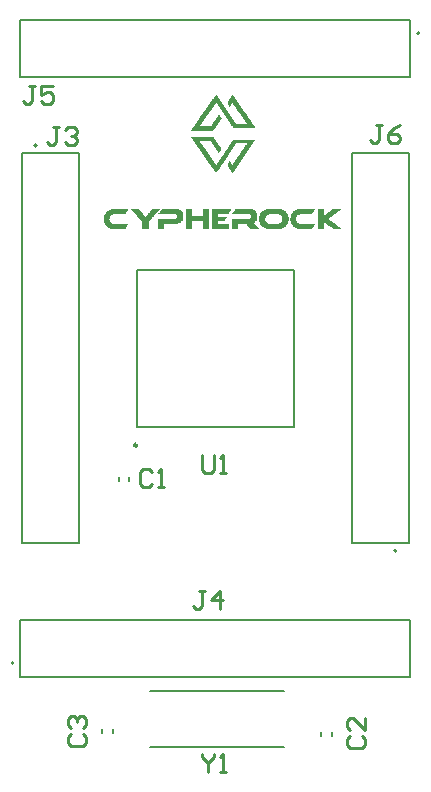
<source format=gbr>
%TF.GenerationSoftware,Altium Limited,Altium Designer,23.4.1 (23)*%
G04 Layer_Color=65535*
%FSLAX45Y45*%
%MOMM*%
%TF.SameCoordinates,7ABC1050-9991-4EB7-8225-191FA7049C92*%
%TF.FilePolarity,Positive*%
%TF.FileFunction,Legend,Top*%
%TF.Part,Single*%
G01*
G75*
%TA.AperFunction,NonConductor*%
%ADD23C,0.20000*%
%ADD24C,0.25000*%
%ADD25C,0.12700*%
%ADD26C,0.25400*%
G36*
X1800459Y6643211D02*
X1803823D01*
Y6639847D01*
Y6636482D01*
X1807187D01*
Y6633118D01*
Y6629754D01*
X1810552D01*
Y6626389D01*
X1813916D01*
Y6623025D01*
X1817280D01*
Y6619660D01*
Y6616296D01*
X1820645D01*
Y6612932D01*
X1824009D01*
Y6609567D01*
Y6606203D01*
X1827374D01*
Y6602839D01*
X1830738D01*
Y6599474D01*
Y6596110D01*
X1834102D01*
Y6592746D01*
Y6589381D01*
X1837466D01*
Y6586017D01*
X1840831D01*
Y6582652D01*
X1844195D01*
Y6579288D01*
Y6575924D01*
X1847560D01*
Y6572559D01*
X1850924D01*
Y6569195D01*
Y6565831D01*
X1854288D01*
Y6562466D01*
X1857653D01*
Y6559102D01*
Y6555737D01*
X1861017D01*
Y6552373D01*
X1864382D01*
Y6549009D01*
X1867746D01*
Y6545644D01*
Y6542280D01*
X1871110D01*
Y6538916D01*
Y6535551D01*
X1874475D01*
Y6532187D01*
X1877839D01*
Y6528823D01*
Y6525458D01*
X1881203D01*
Y6522094D01*
X1884568D01*
Y6518729D01*
Y6515365D01*
X1887932D01*
Y6512001D01*
X1891296D01*
Y6508636D01*
Y6505272D01*
X1894661D01*
Y6501908D01*
X1898025D01*
Y6498543D01*
Y6495179D01*
X1901390D01*
Y6491815D01*
X1904754D01*
Y6488450D01*
X1908118D01*
Y6485086D01*
Y6481721D01*
X1911483D01*
Y6478357D01*
X1914847D01*
Y6474993D01*
Y6471628D01*
X1918211D01*
Y6468264D01*
X1921576D01*
Y6464900D01*
Y6461535D01*
X1924940D01*
Y6458171D01*
X1928304D01*
Y6454806D01*
Y6451442D01*
X1931669D01*
Y6448078D01*
X1935033D01*
Y6444713D01*
Y6441349D01*
X1938397D01*
Y6437985D01*
X1941762D01*
Y6434620D01*
Y6431256D01*
X1945126D01*
Y6427892D01*
X1948491D01*
Y6424527D01*
Y6421163D01*
X1951855D01*
Y6417798D01*
X1955219D01*
Y6414434D01*
Y6411070D01*
X1958584D01*
Y6407705D01*
X1961948D01*
Y6404341D01*
Y6400977D01*
X1965313D01*
Y6397612D01*
X1968677D01*
Y6394248D01*
Y6390884D01*
X1972041D01*
Y6387519D01*
X1975405D01*
Y6384155D01*
X1978770D01*
Y6380790D01*
Y6377426D01*
X1982134D01*
Y6374062D01*
X1985499D01*
Y6370697D01*
Y6367333D01*
X1988863D01*
Y6363969D01*
X1803823D01*
Y6367333D01*
X1800459D01*
Y6370697D01*
X1797094D01*
Y6374062D01*
Y6377426D01*
X1793730D01*
Y6380790D01*
X1790365D01*
Y6384155D01*
X1787001D01*
Y6387519D01*
Y6390884D01*
X1783637D01*
Y6394248D01*
X1780272D01*
Y6397612D01*
Y6400977D01*
X1776908D01*
Y6404341D01*
X1773544D01*
Y6407705D01*
Y6411070D01*
X1770179D01*
Y6414434D01*
X1766815D01*
Y6417798D01*
Y6421163D01*
X1763451D01*
Y6424527D01*
X1760086D01*
Y6427892D01*
Y6431256D01*
X1756722D01*
Y6434620D01*
X1753357D01*
Y6437985D01*
Y6441349D01*
X1749993D01*
Y6444713D01*
X1746629D01*
Y6448078D01*
Y6451442D01*
X1743264D01*
Y6454806D01*
X1739900D01*
Y6458171D01*
Y6461535D01*
X1736536D01*
Y6464900D01*
X1733171D01*
Y6468264D01*
X1729807D01*
Y6471628D01*
Y6474993D01*
X1726443D01*
Y6478357D01*
X1723078D01*
Y6481721D01*
Y6485086D01*
X1719714D01*
Y6488450D01*
X1716349D01*
Y6491815D01*
Y6495179D01*
X1712985D01*
Y6498543D01*
X1709621D01*
Y6501908D01*
Y6505272D01*
X1706256D01*
Y6508636D01*
X1702892D01*
Y6512001D01*
Y6515365D01*
X1699528D01*
Y6518729D01*
X1696163D01*
Y6522094D01*
Y6525458D01*
X1692799D01*
Y6528823D01*
X1689435D01*
Y6532187D01*
Y6535551D01*
X1686070D01*
Y6538916D01*
X1682706D01*
Y6542280D01*
Y6545644D01*
X1679341D01*
Y6549009D01*
X1675977D01*
Y6552373D01*
Y6555737D01*
X1672613D01*
Y6559102D01*
X1669248D01*
Y6562466D01*
Y6565831D01*
X1665884D01*
Y6569195D01*
X1662520D01*
Y6572559D01*
Y6575924D01*
X1655791D01*
Y6572559D01*
X1652426D01*
Y6569195D01*
Y6565831D01*
X1649062D01*
Y6562466D01*
X1645698D01*
Y6559102D01*
Y6555737D01*
X1642333D01*
Y6552373D01*
X1638969D01*
Y6549009D01*
X1635605D01*
Y6545644D01*
Y6542280D01*
X1632240D01*
Y6538916D01*
X1628876D01*
Y6535551D01*
Y6532187D01*
X1625512D01*
Y6528823D01*
X1622147D01*
Y6525458D01*
X1618783D01*
Y6522094D01*
Y6518729D01*
X1615418D01*
Y6515365D01*
X1612054D01*
Y6512001D01*
Y6508636D01*
X1608690D01*
Y6505272D01*
X1605325D01*
Y6501908D01*
Y6498543D01*
X1601961D01*
Y6495179D01*
X1598597D01*
Y6491815D01*
X1595232D01*
Y6488450D01*
Y6485086D01*
X1591868D01*
Y6481721D01*
Y6478357D01*
X1588504D01*
Y6474993D01*
X1585139D01*
Y6471628D01*
X1581775D01*
Y6468264D01*
Y6464900D01*
X1578410D01*
Y6461535D01*
X1575046D01*
Y6458171D01*
Y6454806D01*
X1571682D01*
Y6451442D01*
X1568317D01*
Y6448078D01*
X1564953D01*
Y6444713D01*
Y6441349D01*
X1561589D01*
Y6437985D01*
X1558224D01*
Y6434620D01*
Y6431256D01*
X1554860D01*
Y6427892D01*
X1551495D01*
Y6424527D01*
Y6421163D01*
X1548131D01*
Y6417798D01*
X1544767D01*
Y6414434D01*
X1541402D01*
Y6411070D01*
Y6407705D01*
X1538038D01*
Y6404341D01*
X1534674D01*
Y6400977D01*
Y6397612D01*
X1531309D01*
Y6394248D01*
X1527945D01*
Y6390884D01*
X1524581D01*
Y6387519D01*
Y6384155D01*
X1521216D01*
Y6380790D01*
Y6377426D01*
X1601961D01*
Y6374062D01*
X1608690D01*
Y6377426D01*
X1612054D01*
Y6380790D01*
X1615418D01*
Y6384155D01*
X1618783D01*
Y6387519D01*
Y6390884D01*
X1622147D01*
Y6394248D01*
Y6397612D01*
X1625512D01*
Y6400977D01*
X1628876D01*
Y6404341D01*
X1632240D01*
Y6407705D01*
Y6411070D01*
X1635605D01*
Y6414434D01*
X1638969D01*
Y6417798D01*
Y6421163D01*
X1642333D01*
Y6424527D01*
X1645698D01*
Y6427892D01*
Y6431256D01*
X1649062D01*
Y6434620D01*
X1652426D01*
Y6437985D01*
X1655791D01*
Y6441349D01*
Y6444713D01*
X1659155D01*
Y6448078D01*
X1662520D01*
Y6451442D01*
Y6454806D01*
X1665884D01*
Y6458171D01*
X1669248D01*
Y6461535D01*
X1672613D01*
Y6464900D01*
Y6468264D01*
X1675977D01*
Y6471628D01*
X1679341D01*
Y6474993D01*
Y6478357D01*
X1682706D01*
Y6474993D01*
Y6471628D01*
X1686070D01*
Y6468264D01*
Y6464900D01*
X1689435D01*
Y6461535D01*
X1692799D01*
Y6458171D01*
X1696163D01*
Y6454806D01*
Y6451442D01*
X1699528D01*
Y6448078D01*
X1702892D01*
Y6444713D01*
Y6441349D01*
Y6437985D01*
X1699528D01*
Y6434620D01*
X1696163D01*
Y6431256D01*
X1692799D01*
Y6427892D01*
Y6424527D01*
X1689435D01*
Y6421163D01*
X1686070D01*
Y6417798D01*
Y6414434D01*
X1682706D01*
Y6411070D01*
X1679341D01*
Y6407705D01*
X1675977D01*
Y6404341D01*
Y6400977D01*
X1672613D01*
Y6397612D01*
X1669248D01*
Y6394248D01*
Y6390884D01*
X1665884D01*
Y6387519D01*
X1662520D01*
Y6384155D01*
Y6380790D01*
X1659155D01*
Y6377426D01*
X1655791D01*
Y6374062D01*
X1652426D01*
Y6370697D01*
Y6367333D01*
X1649062D01*
Y6363969D01*
X1645698D01*
Y6360604D01*
Y6357240D01*
X1642333D01*
Y6353876D01*
X1638969D01*
Y6350511D01*
X1635605D01*
Y6347147D01*
Y6343782D01*
X1632240D01*
Y6340418D01*
X1440471D01*
Y6343782D01*
X1443836D01*
Y6347147D01*
X1447200D01*
Y6350511D01*
X1450565D01*
Y6353876D01*
X1453929D01*
Y6357240D01*
Y6360604D01*
X1457293D01*
Y6363969D01*
X1460658D01*
Y6367333D01*
Y6370697D01*
X1464022D01*
Y6374062D01*
X1467386D01*
Y6377426D01*
Y6380790D01*
X1470751D01*
Y6384155D01*
X1474115D01*
Y6387519D01*
Y6390884D01*
X1477479D01*
Y6394248D01*
X1480844D01*
Y6397612D01*
X1484208D01*
Y6400977D01*
Y6404341D01*
X1487573D01*
Y6407705D01*
X1490937D01*
Y6411070D01*
Y6414434D01*
X1494301D01*
Y6417798D01*
X1497666D01*
Y6421163D01*
X1501030D01*
Y6424527D01*
Y6427892D01*
X1504395D01*
Y6431256D01*
X1507759D01*
Y6434620D01*
Y6437985D01*
X1511123D01*
Y6441349D01*
X1514487D01*
Y6444713D01*
Y6448078D01*
X1517852D01*
Y6451442D01*
X1521216D01*
Y6454806D01*
X1524581D01*
Y6458171D01*
Y6461535D01*
X1527945D01*
Y6464900D01*
X1531309D01*
Y6468264D01*
Y6471628D01*
X1534674D01*
Y6474993D01*
X1538038D01*
Y6478357D01*
X1541402D01*
Y6481721D01*
Y6485086D01*
X1544767D01*
Y6488450D01*
X1548131D01*
Y6491815D01*
Y6495179D01*
X1551495D01*
Y6498543D01*
X1554860D01*
Y6501908D01*
X1558224D01*
Y6505272D01*
Y6508636D01*
X1561589D01*
Y6512001D01*
X1564953D01*
Y6515365D01*
Y6518729D01*
X1568317D01*
Y6522094D01*
X1571682D01*
Y6525458D01*
Y6528823D01*
X1575046D01*
Y6532187D01*
X1578410D01*
Y6535551D01*
Y6538916D01*
X1581775D01*
Y6542280D01*
X1585139D01*
Y6545644D01*
Y6549009D01*
X1588504D01*
Y6552373D01*
X1591868D01*
Y6555737D01*
X1595232D01*
Y6559102D01*
Y6562466D01*
X1598597D01*
Y6565831D01*
X1601961D01*
Y6569195D01*
Y6572559D01*
X1605325D01*
Y6575924D01*
X1608690D01*
Y6579288D01*
Y6582652D01*
X1612054D01*
Y6586017D01*
X1615418D01*
Y6589381D01*
X1618783D01*
Y6592746D01*
Y6596110D01*
X1622147D01*
Y6599474D01*
X1625512D01*
Y6602839D01*
Y6606203D01*
X1628876D01*
Y6609567D01*
X1632240D01*
Y6612932D01*
X1635605D01*
Y6616296D01*
Y6619660D01*
X1638969D01*
Y6623025D01*
X1642333D01*
Y6626389D01*
Y6629754D01*
X1645698D01*
Y6633118D01*
X1649062D01*
Y6636482D01*
X1652426D01*
Y6639847D01*
Y6643211D01*
X1655791D01*
Y6646575D01*
X1659155D01*
Y6643211D01*
X1662520D01*
Y6639847D01*
Y6636482D01*
X1665884D01*
Y6633118D01*
X1669248D01*
Y6629754D01*
Y6626389D01*
X1672613D01*
Y6623025D01*
X1675977D01*
Y6619660D01*
Y6616296D01*
X1679341D01*
Y6612932D01*
X1682706D01*
Y6609567D01*
Y6606203D01*
X1686070D01*
Y6602839D01*
X1689435D01*
Y6599474D01*
X1692799D01*
Y6596110D01*
Y6592746D01*
X1696163D01*
Y6589381D01*
X1699528D01*
Y6586017D01*
Y6582652D01*
X1702892D01*
Y6579288D01*
X1706256D01*
Y6575924D01*
Y6572559D01*
X1709621D01*
Y6569195D01*
X1712985D01*
Y6565831D01*
Y6562466D01*
X1716349D01*
Y6559102D01*
Y6555737D01*
X1719714D01*
Y6552373D01*
X1723078D01*
Y6549009D01*
X1726443D01*
Y6545644D01*
Y6542280D01*
X1729807D01*
Y6538916D01*
X1733171D01*
Y6535551D01*
Y6532187D01*
X1736536D01*
Y6528823D01*
X1739900D01*
Y6525458D01*
Y6522094D01*
X1743264D01*
Y6518729D01*
X1746629D01*
Y6515365D01*
Y6512001D01*
X1749993D01*
Y6508636D01*
X1753357D01*
Y6505272D01*
Y6501908D01*
X1756722D01*
Y6498543D01*
X1760086D01*
Y6495179D01*
Y6491815D01*
X1763451D01*
Y6488450D01*
X1766815D01*
Y6485086D01*
X1770179D01*
Y6481721D01*
Y6478357D01*
X1773544D01*
Y6474993D01*
X1776908D01*
Y6471628D01*
Y6468264D01*
X1780272D01*
Y6464900D01*
Y6461535D01*
X1783637D01*
Y6458171D01*
X1787001D01*
Y6454806D01*
X1790365D01*
Y6451442D01*
Y6448078D01*
X1793730D01*
Y6444713D01*
Y6441349D01*
X1797094D01*
Y6437985D01*
X1800459D01*
Y6434620D01*
X1803823D01*
Y6431256D01*
Y6427892D01*
X1807187D01*
Y6424527D01*
X1810552D01*
Y6421163D01*
Y6417798D01*
X1813916D01*
Y6414434D01*
X1817280D01*
Y6411070D01*
Y6407705D01*
X1820645D01*
Y6404341D01*
X1824009D01*
Y6400977D01*
Y6397612D01*
X1914847D01*
Y6400977D01*
Y6404341D01*
X1911483D01*
Y6407705D01*
Y6411070D01*
X1908118D01*
Y6414434D01*
X1904754D01*
Y6417798D01*
Y6421163D01*
X1901390D01*
Y6424527D01*
X1898025D01*
Y6427892D01*
X1894661D01*
Y6431256D01*
Y6434620D01*
X1891296D01*
Y6437985D01*
Y6441349D01*
X1887932D01*
Y6444713D01*
X1884568D01*
Y6448078D01*
X1881203D01*
Y6451442D01*
Y6454806D01*
X1877839D01*
Y6458171D01*
X1874475D01*
Y6461535D01*
Y6464900D01*
X1871110D01*
Y6468264D01*
X1867746D01*
Y6471628D01*
Y6474993D01*
X1864382D01*
Y6478357D01*
X1861017D01*
Y6481721D01*
Y6485086D01*
X1857653D01*
Y6488450D01*
X1854288D01*
Y6491815D01*
X1850924D01*
Y6495179D01*
Y6498543D01*
X1847560D01*
Y6501908D01*
X1844195D01*
Y6505272D01*
Y6508636D01*
X1840831D01*
Y6512001D01*
X1837466D01*
Y6515365D01*
Y6518729D01*
X1834102D01*
Y6522094D01*
X1830738D01*
Y6525458D01*
Y6528823D01*
X1827374D01*
Y6532187D01*
X1824009D01*
Y6535551D01*
Y6538916D01*
X1820645D01*
Y6542280D01*
X1817280D01*
Y6545644D01*
Y6549009D01*
X1813916D01*
Y6552373D01*
X1810552D01*
Y6555737D01*
Y6559102D01*
X1807187D01*
Y6562466D01*
X1803823D01*
Y6565831D01*
X1800459D01*
Y6569195D01*
Y6572559D01*
X1790365D01*
Y6569195D01*
Y6565831D01*
X1787001D01*
Y6562466D01*
X1783637D01*
Y6559102D01*
Y6555737D01*
X1780272D01*
Y6552373D01*
X1776908D01*
Y6549009D01*
Y6545644D01*
X1773544D01*
Y6542280D01*
X1770179D01*
Y6545644D01*
Y6549009D01*
X1766815D01*
Y6552373D01*
Y6555737D01*
X1763451D01*
Y6559102D01*
X1760086D01*
Y6562466D01*
X1756722D01*
Y6565831D01*
Y6569195D01*
X1753357D01*
Y6572559D01*
X1749993D01*
Y6575924D01*
Y6579288D01*
X1753357D01*
Y6582652D01*
X1756722D01*
Y6586017D01*
Y6589381D01*
X1760086D01*
Y6592746D01*
X1763451D01*
Y6596110D01*
Y6599474D01*
X1766815D01*
Y6602839D01*
X1770179D01*
Y6606203D01*
Y6609567D01*
X1773544D01*
Y6612932D01*
X1776908D01*
Y6616296D01*
Y6619660D01*
X1780272D01*
Y6623025D01*
Y6626389D01*
X1783637D01*
Y6629754D01*
X1787001D01*
Y6633118D01*
Y6636482D01*
X1790365D01*
Y6639847D01*
X1793730D01*
Y6643211D01*
Y6646575D01*
X1800459D01*
Y6643211D01*
D02*
G37*
G36*
X1635605Y6283224D02*
Y6279859D01*
X1638969D01*
Y6276495D01*
Y6273131D01*
X1642333D01*
Y6269766D01*
X1645698D01*
Y6266402D01*
X1649062D01*
Y6263038D01*
X1652426D01*
Y6259673D01*
Y6256309D01*
X1655791D01*
Y6252945D01*
Y6249580D01*
X1659155D01*
Y6246216D01*
X1662520D01*
Y6242851D01*
X1665884D01*
Y6239487D01*
Y6236123D01*
X1669248D01*
Y6232758D01*
X1672613D01*
Y6229394D01*
Y6226030D01*
X1675977D01*
Y6222665D01*
X1679341D01*
Y6219301D01*
X1682706D01*
Y6215937D01*
Y6212572D01*
X1686070D01*
Y6209208D01*
X1689435D01*
Y6205844D01*
Y6202479D01*
X1692799D01*
Y6199115D01*
X1696163D01*
Y6195750D01*
Y6192386D01*
X1699528D01*
Y6189022D01*
X1702892D01*
Y6185657D01*
Y6182293D01*
X1699528D01*
Y6178928D01*
Y6175564D01*
X1696163D01*
Y6172200D01*
X1692799D01*
Y6168836D01*
X1689435D01*
Y6165471D01*
Y6162107D01*
X1686070D01*
Y6158743D01*
X1682706D01*
Y6155378D01*
Y6152014D01*
X1679341D01*
Y6155378D01*
X1675977D01*
Y6158743D01*
Y6162107D01*
X1672613D01*
Y6165471D01*
X1669248D01*
Y6168836D01*
Y6172200D01*
X1665884D01*
Y6175564D01*
X1662520D01*
Y6178928D01*
X1659155D01*
Y6182293D01*
Y6185657D01*
X1655791D01*
Y6189022D01*
X1652426D01*
Y6192386D01*
Y6195750D01*
X1649062D01*
Y6199115D01*
X1645698D01*
Y6202479D01*
Y6205844D01*
X1642333D01*
Y6209208D01*
X1638969D01*
Y6212572D01*
X1635605D01*
Y6215937D01*
Y6219301D01*
X1632240D01*
Y6222665D01*
X1628876D01*
Y6226030D01*
Y6229394D01*
X1625512D01*
Y6232758D01*
X1622147D01*
Y6236123D01*
Y6239487D01*
X1618783D01*
Y6242851D01*
X1615418D01*
Y6246216D01*
X1612054D01*
Y6249580D01*
Y6252945D01*
X1521216D01*
Y6249580D01*
Y6246216D01*
Y6242851D01*
X1524581D01*
Y6239487D01*
X1527945D01*
Y6236123D01*
X1531309D01*
Y6232758D01*
Y6229394D01*
X1534674D01*
Y6226030D01*
X1538038D01*
Y6222665D01*
Y6219301D01*
X1541402D01*
Y6215937D01*
X1544767D01*
Y6212572D01*
X1548131D01*
Y6209208D01*
Y6205844D01*
X1551495D01*
Y6202479D01*
X1554860D01*
Y6199115D01*
Y6195750D01*
X1558224D01*
Y6192386D01*
X1561589D01*
Y6189022D01*
Y6185657D01*
X1564953D01*
Y6182293D01*
X1568317D01*
Y6178928D01*
X1571682D01*
Y6175564D01*
Y6172200D01*
X1575046D01*
Y6168836D01*
X1578410D01*
Y6165471D01*
Y6162107D01*
X1581775D01*
Y6158743D01*
X1585139D01*
Y6155378D01*
Y6152014D01*
X1588504D01*
Y6148649D01*
X1591868D01*
Y6145285D01*
X1595232D01*
Y6141921D01*
Y6138556D01*
X1598597D01*
Y6135192D01*
X1601961D01*
Y6131827D01*
Y6128463D01*
X1605325D01*
Y6125099D01*
X1608690D01*
Y6121735D01*
Y6118370D01*
X1612054D01*
Y6115006D01*
X1615418D01*
Y6111641D01*
X1618783D01*
Y6108277D01*
Y6104913D01*
X1622147D01*
Y6101548D01*
X1625512D01*
Y6098184D01*
Y6094819D01*
X1628876D01*
Y6091455D01*
X1632240D01*
Y6088091D01*
X1635605D01*
Y6084726D01*
Y6081362D01*
X1638969D01*
Y6077997D01*
Y6074633D01*
X1642333D01*
Y6071269D01*
X1645698D01*
Y6067905D01*
X1649062D01*
Y6064540D01*
Y6061176D01*
X1652426D01*
Y6057811D01*
X1655791D01*
Y6054447D01*
X1662520D01*
Y6057811D01*
X1665884D01*
Y6061176D01*
Y6064540D01*
X1669248D01*
Y6067905D01*
Y6071269D01*
X1672613D01*
Y6074633D01*
X1675977D01*
Y6077997D01*
X1679341D01*
Y6081362D01*
Y6084726D01*
X1682706D01*
Y6088091D01*
Y6091455D01*
X1686070D01*
Y6094819D01*
X1689435D01*
Y6098184D01*
X1692799D01*
Y6101548D01*
Y6104913D01*
X1696163D01*
Y6108277D01*
X1699528D01*
Y6111641D01*
Y6115006D01*
X1702892D01*
Y6118370D01*
X1706256D01*
Y6121735D01*
Y6125099D01*
X1709621D01*
Y6128463D01*
X1712985D01*
Y6131827D01*
Y6135192D01*
X1716349D01*
Y6138556D01*
X1719714D01*
Y6141921D01*
Y6145285D01*
X1723078D01*
Y6148649D01*
X1726443D01*
Y6152014D01*
Y6155378D01*
X1729807D01*
Y6158743D01*
X1733171D01*
Y6162107D01*
Y6165471D01*
X1736536D01*
Y6168836D01*
X1739900D01*
Y6172200D01*
X1743264D01*
Y6175564D01*
Y6178928D01*
X1746629D01*
Y6182293D01*
Y6185657D01*
X1749993D01*
Y6189022D01*
X1753357D01*
Y6192386D01*
X1756722D01*
Y6195750D01*
Y6199115D01*
X1760086D01*
Y6202479D01*
X1763451D01*
Y6205844D01*
Y6209208D01*
X1766815D01*
Y6212572D01*
X1770179D01*
Y6215937D01*
Y6219301D01*
X1773544D01*
Y6222665D01*
Y6226030D01*
X1776908D01*
Y6229394D01*
X1780272D01*
Y6232758D01*
X1783637D01*
Y6236123D01*
Y6239487D01*
X1787001D01*
Y6242851D01*
X1790365D01*
Y6246216D01*
Y6249580D01*
X1793730D01*
Y6252945D01*
X1797094D01*
Y6256309D01*
Y6259673D01*
X1800459D01*
Y6263038D01*
X1803823D01*
Y6266402D01*
X1988863D01*
Y6263038D01*
X1985499D01*
Y6259673D01*
Y6256309D01*
X1982134D01*
Y6252945D01*
X1978770D01*
Y6249580D01*
Y6246216D01*
X1975405D01*
Y6242851D01*
X1972041D01*
Y6239487D01*
Y6236123D01*
X1968677D01*
Y6232758D01*
X1965313D01*
Y6229394D01*
Y6226030D01*
X1961948D01*
Y6222665D01*
X1958584D01*
Y6219301D01*
X1955219D01*
Y6215937D01*
Y6212572D01*
X1951855D01*
Y6209208D01*
Y6205844D01*
X1948491D01*
Y6202479D01*
X1945126D01*
Y6199115D01*
Y6195750D01*
X1941762D01*
Y6192386D01*
X1938397D01*
Y6189022D01*
Y6185657D01*
X1935033D01*
Y6182293D01*
X1931669D01*
Y6178928D01*
X1928304D01*
Y6175564D01*
Y6172200D01*
X1924940D01*
Y6168836D01*
Y6165471D01*
X1921576D01*
Y6162107D01*
X1918211D01*
Y6158743D01*
X1914847D01*
Y6155378D01*
Y6152014D01*
X1911483D01*
Y6148649D01*
Y6145285D01*
X1908118D01*
Y6141921D01*
X1904754D01*
Y6138556D01*
X1901390D01*
Y6135192D01*
Y6131827D01*
X1898025D01*
Y6128463D01*
X1894661D01*
Y6125099D01*
Y6121735D01*
X1891296D01*
Y6118370D01*
X1887932D01*
Y6115006D01*
Y6111641D01*
X1884568D01*
Y6108277D01*
X1881203D01*
Y6104913D01*
Y6101548D01*
X1877839D01*
Y6098184D01*
X1874475D01*
Y6094819D01*
Y6091455D01*
X1871110D01*
Y6088091D01*
X1867746D01*
Y6084726D01*
Y6081362D01*
X1864382D01*
Y6077997D01*
X1861017D01*
Y6074633D01*
Y6071269D01*
X1857653D01*
Y6067905D01*
X1854288D01*
Y6064540D01*
X1850924D01*
Y6061176D01*
Y6057811D01*
X1847560D01*
Y6054447D01*
Y6051083D01*
X1844195D01*
Y6047718D01*
X1840831D01*
Y6044354D01*
X1837466D01*
Y6040990D01*
Y6037625D01*
X1834102D01*
Y6034261D01*
Y6030896D01*
X1830738D01*
Y6027532D01*
X1827374D01*
Y6024168D01*
Y6020804D01*
X1824009D01*
Y6017439D01*
X1820645D01*
Y6014075D01*
Y6010710D01*
X1817280D01*
Y6007346D01*
X1813916D01*
Y6003982D01*
X1810552D01*
Y6000617D01*
Y5997253D01*
X1807187D01*
Y5993888D01*
X1803823D01*
Y5990524D01*
Y5987160D01*
X1800459D01*
Y5983795D01*
Y5980431D01*
X1797094D01*
Y5983795D01*
X1793730D01*
Y5987160D01*
Y5990524D01*
X1790365D01*
Y5993888D01*
X1787001D01*
Y5997253D01*
X1783637D01*
Y6000617D01*
Y6003982D01*
X1780272D01*
Y6007346D01*
Y6010710D01*
X1776908D01*
Y6014075D01*
X1773544D01*
Y6017439D01*
Y6020804D01*
X1770179D01*
Y6024168D01*
X1766815D01*
Y6027532D01*
Y6030896D01*
X1763451D01*
Y6034261D01*
X1760086D01*
Y6037625D01*
Y6040990D01*
X1756722D01*
Y6044354D01*
X1753357D01*
Y6047718D01*
Y6051083D01*
X1749993D01*
Y6054447D01*
X1753357D01*
Y6057811D01*
Y6061176D01*
X1756722D01*
Y6064540D01*
X1760086D01*
Y6067905D01*
X1763451D01*
Y6071269D01*
Y6074633D01*
X1766815D01*
Y6077997D01*
Y6081362D01*
X1770179D01*
Y6084726D01*
X1773544D01*
Y6081362D01*
X1776908D01*
Y6077997D01*
X1780272D01*
Y6074633D01*
Y6071269D01*
X1783637D01*
Y6067905D01*
X1787001D01*
Y6064540D01*
Y6061176D01*
X1790365D01*
Y6057811D01*
X1793730D01*
Y6054447D01*
X1800459D01*
Y6057811D01*
Y6061176D01*
X1803823D01*
Y6064540D01*
Y6067905D01*
X1807187D01*
Y6071269D01*
X1810552D01*
Y6074633D01*
X1813916D01*
Y6077997D01*
Y6081362D01*
X1817280D01*
Y6084726D01*
X1820645D01*
Y6088091D01*
Y6091455D01*
X1824009D01*
Y6094819D01*
X1827374D01*
Y6098184D01*
Y6101548D01*
X1830738D01*
Y6104913D01*
X1834102D01*
Y6108277D01*
Y6111641D01*
X1837466D01*
Y6115006D01*
X1840831D01*
Y6118370D01*
Y6121735D01*
X1844195D01*
Y6125099D01*
X1847560D01*
Y6128463D01*
Y6131827D01*
X1850924D01*
Y6135192D01*
X1854288D01*
Y6138556D01*
X1857653D01*
Y6141921D01*
Y6145285D01*
X1861017D01*
Y6148649D01*
Y6152014D01*
X1864382D01*
Y6155378D01*
X1867746D01*
Y6158743D01*
X1871110D01*
Y6162107D01*
Y6165471D01*
X1874475D01*
Y6168836D01*
Y6172200D01*
X1877839D01*
Y6175564D01*
X1881203D01*
Y6178928D01*
X1884568D01*
Y6182293D01*
Y6185657D01*
X1887932D01*
Y6189022D01*
X1891296D01*
Y6192386D01*
Y6195750D01*
X1894661D01*
Y6199115D01*
X1898025D01*
Y6202479D01*
X1901390D01*
Y6205844D01*
Y6209208D01*
X1904754D01*
Y6212572D01*
Y6215937D01*
X1908118D01*
Y6219301D01*
X1911483D01*
Y6222665D01*
X1914847D01*
Y6226030D01*
Y6229394D01*
Y6232758D01*
X1827374D01*
Y6229394D01*
X1824009D01*
Y6226030D01*
X1820645D01*
Y6222665D01*
Y6219301D01*
X1817280D01*
Y6215937D01*
X1813916D01*
Y6212572D01*
Y6209208D01*
X1810552D01*
Y6205844D01*
X1807187D01*
Y6202479D01*
X1803823D01*
Y6199115D01*
Y6195750D01*
X1800459D01*
Y6192386D01*
X1797094D01*
Y6189022D01*
Y6185657D01*
X1793730D01*
Y6182293D01*
X1790365D01*
Y6178928D01*
Y6175564D01*
X1787001D01*
Y6172200D01*
X1783637D01*
Y6168836D01*
Y6165471D01*
X1780272D01*
Y6162107D01*
X1776908D01*
Y6158743D01*
Y6155378D01*
X1773544D01*
Y6152014D01*
X1770179D01*
Y6148649D01*
Y6145285D01*
X1766815D01*
Y6141921D01*
X1763451D01*
Y6138556D01*
Y6135192D01*
X1760086D01*
Y6131827D01*
X1756722D01*
Y6128463D01*
Y6125099D01*
X1753357D01*
Y6121735D01*
X1749993D01*
Y6118370D01*
Y6115006D01*
X1746629D01*
Y6111641D01*
X1743264D01*
Y6108277D01*
X1739900D01*
Y6104913D01*
Y6101548D01*
X1736536D01*
Y6098184D01*
Y6094819D01*
X1733171D01*
Y6091455D01*
X1729807D01*
Y6088091D01*
Y6084726D01*
X1726443D01*
Y6081362D01*
X1723078D01*
Y6077997D01*
Y6074633D01*
X1719714D01*
Y6071269D01*
X1716349D01*
Y6067905D01*
X1712985D01*
Y6064540D01*
Y6061176D01*
X1709621D01*
Y6057811D01*
Y6054447D01*
X1706256D01*
Y6051083D01*
X1702892D01*
Y6047718D01*
X1699528D01*
Y6044354D01*
Y6040990D01*
X1696163D01*
Y6037625D01*
Y6034261D01*
X1692799D01*
Y6030896D01*
X1689435D01*
Y6027532D01*
X1686070D01*
Y6024168D01*
Y6020804D01*
X1682706D01*
Y6017439D01*
Y6014075D01*
X1679341D01*
Y6010710D01*
X1675977D01*
Y6007346D01*
X1672613D01*
Y6003982D01*
Y6000617D01*
X1669248D01*
Y5997253D01*
X1665884D01*
Y5993888D01*
Y5990524D01*
X1662520D01*
Y5987160D01*
X1659155D01*
Y5983795D01*
Y5980431D01*
X1655791D01*
Y5983795D01*
Y5987160D01*
X1652426D01*
Y5990524D01*
X1649062D01*
Y5993888D01*
X1645698D01*
Y5997253D01*
Y6000617D01*
X1642333D01*
Y6003982D01*
X1638969D01*
Y6007346D01*
Y6010710D01*
X1635605D01*
Y6014075D01*
X1632240D01*
Y6017439D01*
X1628876D01*
Y6020804D01*
Y6024168D01*
X1625512D01*
Y6027532D01*
X1622147D01*
Y6030896D01*
Y6034261D01*
X1618783D01*
Y6037625D01*
X1615418D01*
Y6040990D01*
Y6044354D01*
X1612054D01*
Y6047718D01*
X1608690D01*
Y6051083D01*
Y6054447D01*
X1605325D01*
Y6057811D01*
X1601961D01*
Y6061176D01*
X1598597D01*
Y6064540D01*
Y6067905D01*
X1595232D01*
Y6071269D01*
X1591868D01*
Y6074633D01*
Y6077997D01*
X1588504D01*
Y6081362D01*
X1585139D01*
Y6084726D01*
X1581775D01*
Y6088091D01*
Y6091455D01*
X1578410D01*
Y6094819D01*
X1575046D01*
Y6098184D01*
Y6101548D01*
X1571682D01*
Y6104913D01*
X1568317D01*
Y6108277D01*
Y6111641D01*
X1564953D01*
Y6115006D01*
X1561589D01*
Y6118370D01*
X1558224D01*
Y6121735D01*
Y6125099D01*
X1554860D01*
Y6128463D01*
X1551495D01*
Y6131827D01*
Y6135192D01*
X1548131D01*
Y6138556D01*
X1544767D01*
Y6141921D01*
Y6145285D01*
X1541402D01*
Y6148649D01*
X1538038D01*
Y6152014D01*
X1534674D01*
Y6155378D01*
Y6158743D01*
X1531309D01*
Y6162107D01*
Y6165471D01*
X1527945D01*
Y6168836D01*
X1524581D01*
Y6172200D01*
X1521216D01*
Y6175564D01*
X1517852D01*
Y6178928D01*
Y6182293D01*
X1514487D01*
Y6185657D01*
Y6189022D01*
X1511123D01*
Y6192386D01*
X1507759D01*
Y6195750D01*
X1504395D01*
Y6199115D01*
Y6202479D01*
X1501030D01*
Y6205844D01*
X1497666D01*
Y6209208D01*
Y6212572D01*
X1494301D01*
Y6215937D01*
X1490937D01*
Y6219301D01*
Y6222665D01*
X1487573D01*
Y6226030D01*
X1484208D01*
Y6229394D01*
X1480844D01*
Y6232758D01*
Y6236123D01*
X1477479D01*
Y6239487D01*
X1474115D01*
Y6242851D01*
Y6246216D01*
X1470751D01*
Y6249580D01*
X1467386D01*
Y6252945D01*
X1464022D01*
Y6256309D01*
Y6259673D01*
X1460658D01*
Y6263038D01*
X1457293D01*
Y6266402D01*
Y6269766D01*
X1453929D01*
Y6273131D01*
X1450565D01*
Y6276495D01*
X1447200D01*
Y6279859D01*
Y6283224D01*
X1443836D01*
Y6286588D01*
X1635605D01*
Y6283224D01*
D02*
G37*
G36*
X2718930Y5674274D02*
X2712202D01*
Y5670909D01*
X2708837D01*
Y5667545D01*
X2705473D01*
Y5664181D01*
X2698744D01*
Y5660816D01*
X2695380D01*
Y5657452D01*
X2692015D01*
Y5654087D01*
X2685286D01*
Y5650723D01*
X2681922D01*
Y5647359D01*
X2675194D01*
Y5643995D01*
X2671829D01*
Y5640630D01*
X2668465D01*
Y5637266D01*
X2665100D01*
Y5633901D01*
X2658372D01*
Y5630537D01*
X2655007D01*
Y5627173D01*
X2648278D01*
Y5623808D01*
X2644914D01*
Y5620444D01*
X2641550D01*
Y5617079D01*
X2638185D01*
Y5613715D01*
X2631457D01*
Y5610351D01*
X2628093D01*
Y5606987D01*
X2624728D01*
Y5603622D01*
X2617999D01*
Y5600258D01*
X2614635D01*
Y5596894D01*
X2611271D01*
Y5593529D01*
Y5590165D01*
X2614635D01*
Y5586800D01*
X2617999D01*
Y5583436D01*
X2624728D01*
Y5580072D01*
X2628093D01*
Y5576707D01*
X2634821D01*
Y5573343D01*
X2638185D01*
Y5569978D01*
X2641550D01*
Y5566614D01*
X2648278D01*
Y5563250D01*
X2651643D01*
Y5559886D01*
X2655007D01*
Y5556521D01*
X2661736D01*
Y5553157D01*
X2665100D01*
Y5549792D01*
X2671829D01*
Y5546428D01*
X2675194D01*
Y5543064D01*
X2678558D01*
Y5539699D01*
X2681922D01*
Y5536335D01*
X2688651D01*
Y5532970D01*
X2692015D01*
Y5529606D01*
X2698744D01*
Y5526242D01*
X2702108D01*
Y5522877D01*
X2705473D01*
Y5519513D01*
X2712202D01*
Y5516148D01*
X2715566D01*
Y5512784D01*
X2718930D01*
Y5509420D01*
X2648278D01*
Y5512784D01*
X2644914D01*
Y5516148D01*
X2638185D01*
Y5519513D01*
X2634821D01*
Y5522877D01*
X2628093D01*
Y5526242D01*
X2624728D01*
Y5529606D01*
X2617999D01*
Y5532970D01*
X2614635D01*
Y5536335D01*
X2607906D01*
Y5539699D01*
X2604542D01*
Y5543064D01*
X2601177D01*
Y5546428D01*
X2594449D01*
Y5549792D01*
X2591084D01*
Y5553157D01*
X2584356D01*
Y5556521D01*
X2580991D01*
Y5559886D01*
X2577627D01*
Y5563250D01*
X2567534D01*
Y5559886D01*
Y5556521D01*
Y5553157D01*
Y5549792D01*
Y5546428D01*
Y5543064D01*
Y5539699D01*
Y5536335D01*
Y5532970D01*
Y5529606D01*
Y5526242D01*
Y5522877D01*
Y5519513D01*
Y5516148D01*
Y5512784D01*
Y5509420D01*
X2517068D01*
Y5512784D01*
Y5516148D01*
Y5519513D01*
Y5522877D01*
Y5526242D01*
Y5529606D01*
Y5532970D01*
Y5536335D01*
Y5539699D01*
Y5543064D01*
Y5546428D01*
Y5549792D01*
Y5553157D01*
Y5556521D01*
Y5559886D01*
Y5563250D01*
Y5566614D01*
Y5569978D01*
Y5573343D01*
Y5576707D01*
Y5580072D01*
Y5583436D01*
Y5586800D01*
Y5590165D01*
Y5593529D01*
Y5596894D01*
Y5600258D01*
Y5603622D01*
Y5606987D01*
Y5610351D01*
Y5613715D01*
Y5617079D01*
Y5620444D01*
Y5623808D01*
Y5627173D01*
Y5630537D01*
Y5633901D01*
Y5637266D01*
Y5640630D01*
Y5643995D01*
Y5647359D01*
Y5650723D01*
Y5654087D01*
Y5657452D01*
Y5660816D01*
Y5664181D01*
Y5667545D01*
Y5670909D01*
Y5674274D01*
Y5677638D01*
X2567534D01*
Y5674274D01*
Y5670909D01*
Y5667545D01*
Y5664181D01*
Y5660816D01*
Y5657452D01*
Y5654087D01*
Y5650723D01*
Y5647359D01*
Y5643995D01*
Y5640630D01*
Y5637266D01*
Y5633901D01*
Y5630537D01*
Y5627173D01*
Y5623808D01*
Y5620444D01*
X2570898D01*
Y5623808D01*
X2577627D01*
Y5627173D01*
X2580991D01*
Y5630537D01*
X2584356D01*
Y5633901D01*
X2591084D01*
Y5637266D01*
X2594449D01*
Y5640630D01*
X2601177D01*
Y5643995D01*
X2604542D01*
Y5647359D01*
X2607906D01*
Y5650723D01*
X2614635D01*
Y5654087D01*
X2617999D01*
Y5657452D01*
X2621364D01*
Y5660816D01*
X2624728D01*
Y5664181D01*
X2631457D01*
Y5667545D01*
X2634821D01*
Y5670909D01*
X2641550D01*
Y5674274D01*
X2644914D01*
Y5677638D01*
X2718930D01*
Y5674274D01*
D02*
G37*
G36*
X1598597D02*
Y5670909D01*
Y5667545D01*
Y5664181D01*
Y5660816D01*
Y5657452D01*
Y5654087D01*
Y5650723D01*
Y5647359D01*
Y5643995D01*
Y5640630D01*
Y5637266D01*
Y5633901D01*
Y5630537D01*
Y5627173D01*
Y5623808D01*
Y5620444D01*
Y5617079D01*
Y5613715D01*
Y5610351D01*
Y5606987D01*
Y5603622D01*
Y5600258D01*
Y5596894D01*
Y5593529D01*
Y5590165D01*
Y5586800D01*
Y5583436D01*
Y5580072D01*
Y5576707D01*
Y5573343D01*
Y5569978D01*
Y5566614D01*
Y5563250D01*
Y5559886D01*
Y5556521D01*
Y5553157D01*
Y5549792D01*
Y5546428D01*
Y5543064D01*
Y5539699D01*
Y5536335D01*
Y5532970D01*
Y5529606D01*
Y5526242D01*
Y5522877D01*
Y5519513D01*
Y5516148D01*
Y5512784D01*
Y5509420D01*
X1548131D01*
Y5512784D01*
Y5516148D01*
Y5519513D01*
Y5522877D01*
Y5526242D01*
Y5529606D01*
Y5532970D01*
Y5536335D01*
Y5539699D01*
Y5543064D01*
Y5546428D01*
Y5549792D01*
Y5553157D01*
Y5556521D01*
Y5559886D01*
Y5563250D01*
Y5566614D01*
Y5569978D01*
Y5573343D01*
X1453929D01*
Y5569978D01*
X1450565D01*
Y5566614D01*
Y5563250D01*
Y5559886D01*
Y5556521D01*
Y5553157D01*
Y5549792D01*
Y5546428D01*
Y5543064D01*
Y5539699D01*
Y5536335D01*
Y5532970D01*
Y5529606D01*
Y5526242D01*
Y5522877D01*
Y5519513D01*
Y5516148D01*
Y5512784D01*
X1453929D01*
Y5509420D01*
X1400099D01*
Y5512784D01*
Y5516148D01*
Y5519513D01*
Y5522877D01*
Y5526242D01*
Y5529606D01*
Y5532970D01*
Y5536335D01*
Y5539699D01*
Y5543064D01*
Y5546428D01*
Y5549792D01*
Y5553157D01*
Y5556521D01*
Y5559886D01*
Y5563250D01*
Y5566614D01*
Y5569978D01*
Y5573343D01*
Y5576707D01*
Y5580072D01*
Y5583436D01*
Y5586800D01*
Y5590165D01*
Y5593529D01*
Y5596894D01*
Y5600258D01*
Y5603622D01*
Y5606987D01*
Y5610351D01*
Y5613715D01*
Y5617079D01*
Y5620444D01*
Y5623808D01*
Y5627173D01*
Y5630537D01*
Y5633901D01*
Y5637266D01*
Y5640630D01*
Y5643995D01*
Y5647359D01*
Y5650723D01*
Y5654087D01*
Y5657452D01*
Y5660816D01*
Y5664181D01*
Y5667545D01*
Y5670909D01*
Y5674274D01*
Y5677638D01*
X1453929D01*
Y5674274D01*
X1450565D01*
Y5670909D01*
Y5667545D01*
Y5664181D01*
Y5660816D01*
Y5657452D01*
Y5654087D01*
Y5650723D01*
Y5647359D01*
Y5643995D01*
Y5640630D01*
Y5637266D01*
Y5633901D01*
Y5630537D01*
Y5627173D01*
Y5623808D01*
Y5620444D01*
Y5617079D01*
X1548131D01*
Y5620444D01*
Y5623808D01*
Y5627173D01*
Y5630537D01*
Y5633901D01*
Y5637266D01*
Y5640630D01*
Y5643995D01*
Y5647359D01*
Y5650723D01*
Y5654087D01*
Y5657452D01*
Y5660816D01*
Y5664181D01*
Y5667545D01*
Y5670909D01*
Y5674274D01*
Y5677638D01*
X1598597D01*
Y5674274D01*
D02*
G37*
G36*
X1178051D02*
Y5670909D01*
X1174687D01*
Y5667545D01*
X1171322D01*
Y5664181D01*
X1167958D01*
Y5660816D01*
X1164594D01*
Y5657452D01*
X1161229D01*
Y5654087D01*
X1157865D01*
Y5650723D01*
Y5647359D01*
X1154500D01*
Y5643995D01*
X1151136D01*
Y5640630D01*
X1147772D01*
Y5637266D01*
X1144407D01*
Y5633901D01*
X1141043D01*
Y5630537D01*
X1137679D01*
Y5627173D01*
Y5623808D01*
X1134314D01*
Y5620444D01*
X1130950D01*
Y5617079D01*
X1127586D01*
Y5613715D01*
X1124221D01*
Y5610351D01*
X1120857D01*
Y5606987D01*
X1117492D01*
Y5603622D01*
Y5600258D01*
X1114128D01*
Y5596894D01*
X1110764D01*
Y5593529D01*
X1107399D01*
Y5590165D01*
X1104035D01*
Y5586800D01*
X1100671D01*
Y5583436D01*
X1097306D01*
Y5580072D01*
Y5576707D01*
X1093942D01*
Y5573343D01*
X1090577D01*
Y5569978D01*
X1087213D01*
Y5566614D01*
Y5563250D01*
Y5559886D01*
Y5556521D01*
Y5553157D01*
Y5549792D01*
Y5546428D01*
Y5543064D01*
Y5539699D01*
Y5536335D01*
Y5532970D01*
Y5529606D01*
Y5526242D01*
Y5522877D01*
Y5519513D01*
Y5516148D01*
Y5512784D01*
Y5509420D01*
X1033383D01*
Y5512784D01*
Y5516148D01*
Y5519513D01*
Y5522877D01*
Y5526242D01*
Y5529606D01*
Y5532970D01*
Y5536335D01*
Y5539699D01*
Y5543064D01*
Y5546428D01*
Y5549792D01*
Y5553157D01*
Y5556521D01*
Y5559886D01*
Y5563250D01*
Y5566614D01*
Y5569978D01*
X1030019D01*
Y5573343D01*
X1026655D01*
Y5576707D01*
X1023290D01*
Y5580072D01*
X1019926D01*
Y5583436D01*
X1016561D01*
Y5586800D01*
Y5590165D01*
X1013197D01*
Y5593529D01*
X1009833D01*
Y5596894D01*
X1006468D01*
Y5600258D01*
X1003104D01*
Y5603622D01*
X999740D01*
Y5606987D01*
Y5610351D01*
X993011D01*
Y5613715D01*
X989646D01*
Y5617079D01*
Y5620444D01*
X986282D01*
Y5623808D01*
X982918D01*
Y5627173D01*
X979553D01*
Y5630537D01*
X976189D01*
Y5633901D01*
X972825D01*
Y5637266D01*
Y5640630D01*
X966096D01*
Y5643995D01*
X962732D01*
Y5647359D01*
Y5650723D01*
X959367D01*
Y5654087D01*
X956003D01*
Y5657452D01*
X952638D01*
Y5660816D01*
X949274D01*
Y5664181D01*
X945910D01*
Y5667545D01*
X942545D01*
Y5670909D01*
X939181D01*
Y5674274D01*
X935817D01*
Y5677638D01*
X1003104D01*
Y5674274D01*
X1006468D01*
Y5670909D01*
X1009833D01*
Y5667545D01*
X1013197D01*
Y5664181D01*
X1016561D01*
Y5660816D01*
X1019926D01*
Y5657452D01*
X1023290D01*
Y5654087D01*
Y5650723D01*
X1026655D01*
Y5647359D01*
X1030019D01*
Y5643995D01*
X1033383D01*
Y5640630D01*
X1036748D01*
Y5637266D01*
X1040112D01*
Y5633901D01*
Y5630537D01*
X1046841D01*
Y5627173D01*
X1050205D01*
Y5623808D01*
Y5620444D01*
X1053569D01*
Y5617079D01*
X1056934D01*
Y5613715D01*
X1063663D01*
Y5617079D01*
X1067027D01*
Y5620444D01*
X1070391D01*
Y5623808D01*
X1073756D01*
Y5627173D01*
Y5630537D01*
X1077120D01*
Y5633901D01*
X1080484D01*
Y5637266D01*
X1083849D01*
Y5640630D01*
X1087213D01*
Y5643995D01*
X1090577D01*
Y5647359D01*
X1093942D01*
Y5650723D01*
Y5654087D01*
X1100671D01*
Y5657452D01*
Y5660816D01*
X1104035D01*
Y5664181D01*
X1107399D01*
Y5667545D01*
X1110764D01*
Y5670909D01*
X1114128D01*
Y5674274D01*
Y5677638D01*
X1178051D01*
Y5674274D01*
D02*
G37*
G36*
X2200818D02*
X2214275D01*
Y5670909D01*
X2224369D01*
Y5667545D01*
X2231097D01*
Y5664181D01*
X2234462D01*
Y5660816D01*
X2241190D01*
Y5657452D01*
X2244555D01*
Y5654087D01*
X2247919D01*
Y5650723D01*
X2251284D01*
Y5647359D01*
X2254648D01*
Y5643995D01*
Y5640630D01*
X2258012D01*
Y5637266D01*
Y5633901D01*
X2261377D01*
Y5630537D01*
X2264741D01*
Y5627173D01*
Y5623808D01*
Y5620444D01*
Y5617079D01*
X2268105D01*
Y5613715D01*
Y5610351D01*
Y5606987D01*
X2271470D01*
Y5603622D01*
Y5600258D01*
Y5596894D01*
Y5593529D01*
Y5590165D01*
Y5586800D01*
Y5583436D01*
Y5580072D01*
X2268105D01*
Y5576707D01*
Y5573343D01*
Y5569978D01*
Y5566614D01*
X2264741D01*
Y5563250D01*
Y5559886D01*
Y5556521D01*
X2261377D01*
Y5553157D01*
X2258012D01*
Y5549792D01*
Y5546428D01*
X2254648D01*
Y5543064D01*
Y5539699D01*
X2251284D01*
Y5536335D01*
X2247919D01*
Y5532970D01*
X2244555D01*
Y5529606D01*
X2241190D01*
Y5526242D01*
X2234462D01*
Y5522877D01*
X2231097D01*
Y5519513D01*
X2224369D01*
Y5516148D01*
X2214275D01*
Y5512784D01*
X2204182D01*
Y5509420D01*
X2086430D01*
Y5512784D01*
X2076336D01*
Y5516148D01*
X2066244D01*
Y5519513D01*
X2059515D01*
Y5522877D01*
X2052786D01*
Y5526242D01*
X2049422D01*
Y5529606D01*
X2046057D01*
Y5532970D01*
X2042693D01*
Y5536335D01*
X2039328D01*
Y5539699D01*
X2035964D01*
Y5543064D01*
X2032600D01*
Y5546428D01*
Y5549792D01*
X2029235D01*
Y5553157D01*
Y5556521D01*
X2025871D01*
Y5559886D01*
Y5563250D01*
Y5566614D01*
X2022507D01*
Y5569978D01*
Y5573343D01*
Y5576707D01*
Y5580072D01*
X2019142D01*
Y5583436D01*
X2022507D01*
Y5586800D01*
Y5590165D01*
X2019142D01*
Y5593529D01*
Y5596894D01*
X2022507D01*
Y5600258D01*
Y5603622D01*
X2019142D01*
Y5606987D01*
X2022507D01*
Y5610351D01*
Y5613715D01*
Y5617079D01*
Y5620444D01*
X2025871D01*
Y5623808D01*
Y5627173D01*
Y5630537D01*
X2029235D01*
Y5633901D01*
Y5637266D01*
X2032600D01*
Y5640630D01*
X2035964D01*
Y5643995D01*
Y5647359D01*
X2039328D01*
Y5650723D01*
X2042693D01*
Y5654087D01*
X2046057D01*
Y5657452D01*
X2049422D01*
Y5660816D01*
X2056150D01*
Y5664181D01*
X2059515D01*
Y5667545D01*
X2066244D01*
Y5670909D01*
X2076336D01*
Y5674274D01*
X2089794D01*
Y5677638D01*
X2200818D01*
Y5674274D01*
D02*
G37*
G36*
X1958584D02*
X1968677D01*
Y5670909D01*
X1975405D01*
Y5667545D01*
X1982134D01*
Y5664181D01*
X1985499D01*
Y5660816D01*
X1988863D01*
Y5657452D01*
X1992227D01*
Y5654087D01*
X1995592D01*
Y5650723D01*
Y5647359D01*
X1998956D01*
Y5643995D01*
X2002320D01*
Y5640630D01*
Y5637266D01*
Y5633901D01*
Y5630537D01*
X2005685D01*
Y5627173D01*
Y5623808D01*
Y5620444D01*
Y5617079D01*
Y5613715D01*
Y5610351D01*
Y5606987D01*
Y5603622D01*
Y5600258D01*
Y5596894D01*
X2002320D01*
Y5593529D01*
Y5590165D01*
Y5586800D01*
X1998956D01*
Y5583436D01*
Y5580072D01*
X1995592D01*
Y5576707D01*
X1992227D01*
Y5573343D01*
X1988863D01*
Y5569978D01*
X1985499D01*
Y5566614D01*
X1982134D01*
Y5563250D01*
X1978770D01*
Y5559886D01*
X1975405D01*
Y5556521D01*
X1978770D01*
Y5553157D01*
X1982134D01*
Y5549792D01*
X1985499D01*
Y5546428D01*
X1988863D01*
Y5543064D01*
X1992227D01*
Y5539699D01*
X1995592D01*
Y5536335D01*
X1998956D01*
Y5532970D01*
X2002320D01*
Y5529606D01*
X2005685D01*
Y5526242D01*
X2009049D01*
Y5522877D01*
X2012414D01*
Y5519513D01*
X2015778D01*
Y5516148D01*
Y5512784D01*
X2019142D01*
Y5509420D01*
X1945126D01*
Y5512784D01*
X1941762D01*
Y5516148D01*
X1938397D01*
Y5519513D01*
X1935033D01*
Y5522877D01*
Y5526242D01*
X1931669D01*
Y5529606D01*
X1928304D01*
Y5532970D01*
X1924940D01*
Y5536335D01*
X1921576D01*
Y5539699D01*
X1918211D01*
Y5543064D01*
X1914847D01*
Y5546428D01*
Y5549792D01*
X1911483D01*
Y5553157D01*
X1840831D01*
Y5549792D01*
Y5546428D01*
Y5543064D01*
Y5539699D01*
Y5536335D01*
Y5532970D01*
Y5529606D01*
Y5526242D01*
Y5522877D01*
Y5519513D01*
Y5516148D01*
Y5512784D01*
Y5509420D01*
X1790365D01*
Y5512784D01*
Y5516148D01*
Y5519513D01*
Y5522877D01*
Y5526242D01*
Y5529606D01*
Y5532970D01*
Y5536335D01*
Y5539699D01*
Y5543064D01*
Y5546428D01*
Y5549792D01*
Y5553157D01*
Y5556521D01*
Y5559886D01*
Y5563250D01*
Y5566614D01*
Y5569978D01*
Y5573343D01*
Y5576707D01*
Y5580072D01*
Y5583436D01*
Y5586800D01*
Y5590165D01*
Y5593529D01*
X1941762D01*
Y5596894D01*
X1945126D01*
Y5600258D01*
X1951855D01*
Y5603622D01*
Y5606987D01*
X1955219D01*
Y5610351D01*
Y5613715D01*
Y5617079D01*
Y5620444D01*
Y5623808D01*
X1951855D01*
Y5627173D01*
X1948491D01*
Y5630537D01*
X1945126D01*
Y5633901D01*
X1790365D01*
Y5637266D01*
X1793730D01*
Y5640630D01*
X1797094D01*
Y5643995D01*
Y5647359D01*
X1800459D01*
Y5650723D01*
X1803823D01*
Y5654087D01*
X1807187D01*
Y5657452D01*
Y5660816D01*
X1810552D01*
Y5664181D01*
X1813916D01*
Y5667545D01*
Y5670909D01*
X1817280D01*
Y5674274D01*
X1820645D01*
Y5677638D01*
X1958584D01*
Y5674274D01*
D02*
G37*
G36*
X1787001D02*
X1783637D01*
Y5670909D01*
Y5667545D01*
X1780272D01*
Y5664181D01*
X1776908D01*
Y5660816D01*
Y5657452D01*
X1773544D01*
Y5654087D01*
X1770179D01*
Y5650723D01*
Y5647359D01*
X1766815D01*
Y5643995D01*
X1763451D01*
Y5640630D01*
Y5637266D01*
X1672613D01*
Y5633901D01*
Y5630537D01*
Y5627173D01*
Y5623808D01*
Y5620444D01*
Y5617079D01*
Y5613715D01*
X1749993D01*
Y5610351D01*
X1746629D01*
Y5606987D01*
Y5603622D01*
X1743264D01*
Y5600258D01*
X1739900D01*
Y5596894D01*
Y5593529D01*
X1736536D01*
Y5590165D01*
X1733171D01*
Y5586800D01*
Y5583436D01*
X1729807D01*
Y5580072D01*
X1726443D01*
Y5576707D01*
Y5573343D01*
X1675977D01*
Y5569978D01*
X1672613D01*
Y5566614D01*
Y5563250D01*
Y5559886D01*
Y5556521D01*
Y5553157D01*
Y5549792D01*
X1770179D01*
Y5546428D01*
Y5543064D01*
Y5539699D01*
Y5536335D01*
Y5532970D01*
Y5529606D01*
Y5526242D01*
Y5522877D01*
Y5519513D01*
Y5516148D01*
Y5512784D01*
Y5509420D01*
X1622147D01*
Y5512784D01*
Y5516148D01*
Y5519513D01*
Y5522877D01*
Y5526242D01*
Y5529606D01*
Y5532970D01*
Y5536335D01*
Y5539699D01*
Y5543064D01*
Y5546428D01*
Y5549792D01*
Y5553157D01*
Y5556521D01*
Y5559886D01*
Y5563250D01*
Y5566614D01*
Y5569978D01*
Y5573343D01*
Y5576707D01*
Y5580072D01*
Y5583436D01*
Y5586800D01*
Y5590165D01*
Y5593529D01*
Y5596894D01*
Y5600258D01*
Y5603622D01*
Y5606987D01*
Y5610351D01*
Y5613715D01*
Y5617079D01*
Y5620444D01*
Y5623808D01*
Y5627173D01*
Y5630537D01*
Y5633901D01*
Y5637266D01*
Y5640630D01*
Y5643995D01*
Y5647359D01*
Y5650723D01*
Y5654087D01*
Y5657452D01*
Y5660816D01*
Y5664181D01*
Y5667545D01*
Y5670909D01*
Y5674274D01*
Y5677638D01*
X1787001D01*
Y5674274D01*
D02*
G37*
G36*
X1332812D02*
X1342905D01*
Y5670909D01*
X1349634D01*
Y5667545D01*
X1356363D01*
Y5664181D01*
X1359727D01*
Y5660816D01*
X1363091D01*
Y5657452D01*
X1366455D01*
Y5654087D01*
X1369820D01*
Y5650723D01*
X1373184D01*
Y5647359D01*
Y5643995D01*
Y5640630D01*
X1376548D01*
Y5637266D01*
Y5633901D01*
X1379913D01*
Y5630537D01*
Y5627173D01*
Y5623808D01*
Y5620444D01*
Y5617079D01*
Y5613715D01*
Y5610351D01*
Y5606987D01*
Y5603622D01*
Y5600258D01*
Y5596894D01*
X1376548D01*
Y5593529D01*
Y5590165D01*
Y5586800D01*
X1373184D01*
Y5583436D01*
Y5580072D01*
X1369820D01*
Y5576707D01*
X1366455D01*
Y5573343D01*
X1363091D01*
Y5569978D01*
X1359727D01*
Y5566614D01*
X1356363D01*
Y5563250D01*
X1352998D01*
Y5559886D01*
X1346269D01*
Y5556521D01*
X1336176D01*
Y5553157D01*
X1215059D01*
Y5549792D01*
Y5546428D01*
Y5543064D01*
Y5539699D01*
Y5536335D01*
Y5532970D01*
Y5529606D01*
Y5526242D01*
Y5522877D01*
Y5519513D01*
Y5516148D01*
Y5512784D01*
Y5509420D01*
X1164594D01*
Y5512784D01*
Y5516148D01*
Y5519513D01*
Y5522877D01*
Y5526242D01*
Y5529606D01*
Y5532970D01*
Y5536335D01*
Y5539699D01*
Y5543064D01*
Y5546428D01*
Y5549792D01*
Y5553157D01*
Y5556521D01*
Y5559886D01*
Y5563250D01*
Y5566614D01*
Y5569978D01*
Y5573343D01*
Y5576707D01*
Y5580072D01*
Y5583436D01*
Y5586800D01*
Y5590165D01*
Y5593529D01*
X1315990D01*
Y5596894D01*
X1319354D01*
Y5600258D01*
X1326083D01*
Y5603622D01*
Y5606987D01*
X1329447D01*
Y5610351D01*
Y5613715D01*
Y5617079D01*
Y5620444D01*
Y5623808D01*
X1326083D01*
Y5627173D01*
X1322719D01*
Y5630537D01*
X1319354D01*
Y5633901D01*
X1164594D01*
Y5637266D01*
X1167958D01*
Y5640630D01*
X1171322D01*
Y5643995D01*
X1174687D01*
Y5647359D01*
X1178051D01*
Y5650723D01*
Y5654087D01*
X1181415D01*
Y5657452D01*
X1184780D01*
Y5660816D01*
X1188144D01*
Y5664181D01*
X1191508D01*
Y5667545D01*
X1194873D01*
Y5670909D01*
Y5674274D01*
X1198237D01*
Y5677638D01*
X1332812D01*
Y5674274D01*
D02*
G37*
G36*
X2496882D02*
X2493518D01*
Y5670909D01*
X2490154D01*
Y5667545D01*
X2486789D01*
Y5664181D01*
Y5660816D01*
X2483425D01*
Y5657452D01*
Y5654087D01*
X2480060D01*
Y5650723D01*
X2476696D01*
Y5647359D01*
X2473332D01*
Y5643995D01*
Y5640630D01*
X2469967D01*
Y5637266D01*
X2466603D01*
Y5633901D01*
X2365672D01*
Y5630537D01*
X2355579D01*
Y5627173D01*
X2352214D01*
Y5623808D01*
X2345486D01*
Y5620444D01*
Y5617079D01*
X2342121D01*
Y5613715D01*
X2338757D01*
Y5610351D01*
Y5606987D01*
X2335393D01*
Y5603622D01*
Y5600258D01*
Y5596894D01*
Y5593529D01*
Y5590165D01*
Y5586800D01*
Y5583436D01*
Y5580072D01*
Y5576707D01*
X2338757D01*
Y5573343D01*
Y5569978D01*
X2342121D01*
Y5566614D01*
X2345486D01*
Y5563250D01*
X2348850D01*
Y5559886D01*
X2352214D01*
Y5556521D01*
X2358943D01*
Y5553157D01*
X2365672D01*
Y5549792D01*
X2493518D01*
Y5546428D01*
X2490154D01*
Y5543064D01*
Y5539699D01*
X2486789D01*
Y5536335D01*
X2483425D01*
Y5532970D01*
Y5529606D01*
X2480060D01*
Y5526242D01*
X2476696D01*
Y5522877D01*
X2473332D01*
Y5519513D01*
Y5516148D01*
X2469967D01*
Y5512784D01*
Y5509420D01*
X2466603D01*
Y5506056D01*
X2362308D01*
Y5509420D01*
X2348850D01*
Y5512784D01*
X2338757D01*
Y5516148D01*
X2328664D01*
Y5519513D01*
X2325300D01*
Y5522877D01*
X2318571D01*
Y5526242D01*
X2315206D01*
Y5529606D01*
X2311842D01*
Y5532970D01*
X2308478D01*
Y5536335D01*
X2305113D01*
Y5539699D01*
X2301749D01*
Y5543064D01*
Y5546428D01*
X2298385D01*
Y5549792D01*
X2295020D01*
Y5553157D01*
Y5556521D01*
X2291656D01*
Y5559886D01*
Y5563250D01*
Y5566614D01*
Y5569978D01*
X2288292D01*
Y5573343D01*
Y5576707D01*
Y5580072D01*
X2284927D01*
Y5583436D01*
Y5586800D01*
Y5590165D01*
Y5593529D01*
Y5596894D01*
Y5600258D01*
Y5603622D01*
X2288292D01*
Y5606987D01*
Y5610351D01*
Y5613715D01*
Y5617079D01*
X2291656D01*
Y5620444D01*
Y5623808D01*
Y5627173D01*
Y5630537D01*
X2295020D01*
Y5633901D01*
X2298385D01*
Y5637266D01*
Y5640630D01*
X2301749D01*
Y5643995D01*
X2305113D01*
Y5647359D01*
Y5650723D01*
X2308478D01*
Y5654087D01*
X2311842D01*
Y5657452D01*
X2318571D01*
Y5660816D01*
X2321935D01*
Y5664181D01*
X2325300D01*
Y5667545D01*
X2332028D01*
Y5670909D01*
X2342121D01*
Y5674274D01*
X2355579D01*
Y5677638D01*
X2496882D01*
Y5674274D01*
D02*
G37*
G36*
X915630D02*
X912266D01*
Y5670909D01*
X908902D01*
Y5667545D01*
Y5664181D01*
X905537D01*
Y5660816D01*
Y5657452D01*
X902173D01*
Y5654087D01*
X898809D01*
Y5650723D01*
X895444D01*
Y5647359D01*
Y5643995D01*
X892080D01*
Y5640630D01*
Y5637266D01*
X888716D01*
Y5633901D01*
X784420D01*
Y5630537D01*
X777692D01*
Y5627173D01*
X770963D01*
Y5623808D01*
X767598D01*
Y5620444D01*
X764234D01*
Y5617079D01*
X760870D01*
Y5613715D01*
Y5610351D01*
X757505D01*
Y5606987D01*
Y5603622D01*
Y5600258D01*
Y5596894D01*
X754141D01*
Y5593529D01*
Y5590165D01*
Y5586800D01*
X757505D01*
Y5583436D01*
Y5580072D01*
Y5576707D01*
Y5573343D01*
X760870D01*
Y5569978D01*
Y5566614D01*
X764234D01*
Y5563250D01*
X767598D01*
Y5559886D01*
X774327D01*
Y5556521D01*
X777692D01*
Y5553157D01*
X787785D01*
Y5549792D01*
X912266D01*
Y5546428D01*
Y5543064D01*
X908902D01*
Y5539699D01*
X905537D01*
Y5536335D01*
Y5532970D01*
X902173D01*
Y5529606D01*
X898809D01*
Y5526242D01*
Y5522877D01*
X895444D01*
Y5519513D01*
X892080D01*
Y5516148D01*
Y5512784D01*
X888716D01*
Y5509420D01*
X885351D01*
Y5506056D01*
X781056D01*
Y5509420D01*
X767598D01*
Y5512784D01*
X757505D01*
Y5516148D01*
X750777D01*
Y5519513D01*
X744048D01*
Y5522877D01*
X740684D01*
Y5526242D01*
X733955D01*
Y5529606D01*
X730590D01*
Y5532970D01*
X727226D01*
Y5536335D01*
X723862D01*
Y5539699D01*
Y5543064D01*
X720497D01*
Y5546428D01*
X717133D01*
Y5549792D01*
Y5553157D01*
X713768D01*
Y5556521D01*
Y5559886D01*
X710404D01*
Y5563250D01*
Y5566614D01*
Y5569978D01*
X707040D01*
Y5573343D01*
Y5576707D01*
Y5580072D01*
Y5583436D01*
Y5586800D01*
X703676D01*
Y5590165D01*
Y5593529D01*
Y5596894D01*
Y5600258D01*
X707040D01*
Y5603622D01*
Y5606987D01*
Y5610351D01*
Y5613715D01*
X710404D01*
Y5617079D01*
Y5620444D01*
Y5623808D01*
X713768D01*
Y5627173D01*
Y5630537D01*
Y5633901D01*
X717133D01*
Y5637266D01*
X720497D01*
Y5640630D01*
Y5643995D01*
X723862D01*
Y5647359D01*
X727226D01*
Y5650723D01*
X730590D01*
Y5654087D01*
X733955D01*
Y5657452D01*
X737319D01*
Y5660816D01*
X740684D01*
Y5664181D01*
X747412D01*
Y5667545D01*
X750777D01*
Y5670909D01*
X764234D01*
Y5674274D01*
X774327D01*
Y5677638D01*
X915630D01*
Y5674274D01*
D02*
G37*
%LPC*%
G36*
X2187361Y5633901D02*
X2103251D01*
Y5630537D01*
X2096523D01*
Y5627173D01*
X2089794D01*
Y5623808D01*
X2086430D01*
Y5620444D01*
X2083065D01*
Y5617079D01*
X2079701D01*
Y5613715D01*
Y5610351D01*
X2076336D01*
Y5606987D01*
Y5603622D01*
X2072972D01*
Y5600258D01*
Y5596894D01*
Y5593529D01*
Y5590165D01*
Y5586800D01*
Y5583436D01*
Y5580072D01*
X2076336D01*
Y5576707D01*
Y5573343D01*
X2079701D01*
Y5569978D01*
X2083065D01*
Y5566614D01*
X2086430D01*
Y5563250D01*
X2089794D01*
Y5559886D01*
X2093158D01*
Y5556521D01*
X2099887D01*
Y5553157D01*
X2190725D01*
Y5556521D01*
X2197454D01*
Y5559886D01*
X2200818D01*
Y5563250D01*
X2207547D01*
Y5566614D01*
Y5569978D01*
X2210911D01*
Y5573343D01*
X2214275D01*
Y5576707D01*
Y5580072D01*
Y5583436D01*
X2217640D01*
Y5586800D01*
Y5590165D01*
Y5593529D01*
Y5596894D01*
Y5600258D01*
Y5603622D01*
X2214275D01*
Y5606987D01*
Y5610351D01*
Y5613715D01*
X2210911D01*
Y5617079D01*
X2207547D01*
Y5620444D01*
X2204182D01*
Y5623808D01*
X2200818D01*
Y5627173D01*
X2194089D01*
Y5630537D01*
X2187361D01*
Y5633901D01*
D02*
G37*
%LPD*%
D23*
X-56000Y1833000D02*
G03*
X-56000Y1833000I-10000J0D01*
G01*
X3377000Y7167000D02*
G03*
X3377000Y7167000I-10000J0D01*
G01*
X3183000Y2784000D02*
G03*
X3183000Y2784000I-10000J0D01*
G01*
X137000Y6216000D02*
G03*
X137000Y6216000I-10000J0D01*
G01*
X985000Y3835000D02*
Y5165000D01*
X2315000D01*
Y3835000D02*
Y5165000D01*
X985000Y3835000D02*
X2315000D01*
D24*
X987500Y3677500D02*
G03*
X987500Y3677500I-12500J0D01*
G01*
D25*
X921300Y3375900D02*
Y3405900D01*
X831300Y3375900D02*
Y3405900D01*
X-1000Y1718500D02*
Y2201500D01*
X3301000Y1718500D02*
Y2201500D01*
X-1000D02*
X3301000D01*
X-1000Y1718500D02*
X3301000D01*
X0Y7281500D02*
X3302000D01*
X0Y6798500D02*
X3302000D01*
X0D02*
Y7281500D01*
X3302000Y6798500D02*
Y7281500D01*
X2804500Y2849000D02*
X3287500D01*
X2804500Y6151000D02*
X3287500D01*
X2804500Y2849000D02*
Y6151000D01*
X3287500Y2849000D02*
Y6151000D01*
X12500D02*
X495500D01*
X12500Y2849000D02*
X495500D01*
Y6151000D01*
X12500Y2849000D02*
Y6151000D01*
X1093700Y1123900D02*
X2233700D01*
X1093700Y1593900D02*
X2233700D01*
X781600Y1242300D02*
Y1272300D01*
X691600Y1242300D02*
Y1272300D01*
X2635800Y1216900D02*
Y1246900D01*
X2545800Y1216900D02*
Y1246900D01*
D26*
X1561108Y2442575D02*
X1510325D01*
X1535717D01*
Y2315616D01*
X1510325Y2290225D01*
X1484933D01*
X1459541Y2315616D01*
X1688067Y2290225D02*
Y2442575D01*
X1611892Y2366400D01*
X1713459D01*
X1536733Y1066775D02*
Y1041383D01*
X1587517Y990600D01*
X1638300Y1041383D01*
Y1066775D01*
X1587517Y990600D02*
Y914425D01*
X1689084D02*
X1739867D01*
X1714476D01*
Y1066775D01*
X1689084Y1041383D01*
X431817Y1231908D02*
X406425Y1206517D01*
Y1155733D01*
X431817Y1130341D01*
X533383D01*
X558775Y1155733D01*
Y1206517D01*
X533383Y1231908D01*
X431817Y1282692D02*
X406425Y1308084D01*
Y1358867D01*
X431817Y1384259D01*
X457208D01*
X482600Y1358867D01*
Y1333475D01*
Y1358867D01*
X507992Y1384259D01*
X533383D01*
X558775Y1358867D01*
Y1308084D01*
X533383Y1282692D01*
X2794017Y1219208D02*
X2768625Y1193817D01*
Y1143033D01*
X2794017Y1117641D01*
X2895583D01*
X2920975Y1143033D01*
Y1193817D01*
X2895583Y1219208D01*
X2920975Y1371559D02*
Y1269992D01*
X2819408Y1371559D01*
X2794017D01*
X2768625Y1346167D01*
Y1295384D01*
X2794017Y1269992D01*
X1117600Y3454383D02*
X1092208Y3479775D01*
X1041425D01*
X1016033Y3454383D01*
Y3352817D01*
X1041425Y3327425D01*
X1092208D01*
X1117600Y3352817D01*
X1168384Y3327425D02*
X1219167D01*
X1193776D01*
Y3479775D01*
X1168384Y3454383D01*
X3060708Y6388075D02*
X3009925D01*
X3035317D01*
Y6261117D01*
X3009925Y6235725D01*
X2984533D01*
X2959141Y6261117D01*
X3213059Y6388075D02*
X3162275Y6362683D01*
X3111492Y6311900D01*
Y6261117D01*
X3136884Y6235725D01*
X3187667D01*
X3213059Y6261117D01*
Y6286508D01*
X3187667Y6311900D01*
X3111492D01*
X127008Y6718275D02*
X76225D01*
X101617D01*
Y6591317D01*
X76225Y6565925D01*
X50833D01*
X25441Y6591317D01*
X279359Y6718275D02*
X177792D01*
Y6642100D01*
X228575Y6667492D01*
X253967D01*
X279359Y6642100D01*
Y6591317D01*
X253967Y6565925D01*
X203184D01*
X177792Y6591317D01*
X1536733Y3594075D02*
Y3467117D01*
X1562125Y3441725D01*
X1612908D01*
X1638300Y3467117D01*
Y3594075D01*
X1689084Y3441725D02*
X1739867D01*
X1714476D01*
Y3594075D01*
X1689084Y3568683D01*
X330208Y6375375D02*
X279425D01*
X304817D01*
Y6248417D01*
X279425Y6223025D01*
X254033D01*
X228641Y6248417D01*
X380992Y6349983D02*
X406384Y6375375D01*
X457167D01*
X482559Y6349983D01*
Y6324592D01*
X457167Y6299200D01*
X431775D01*
X457167D01*
X482559Y6273808D01*
Y6248417D01*
X457167Y6223025D01*
X406384D01*
X380992Y6248417D01*
%TF.MD5,94b99037a1cde3fcd67ceb2650316360*%
M02*

</source>
